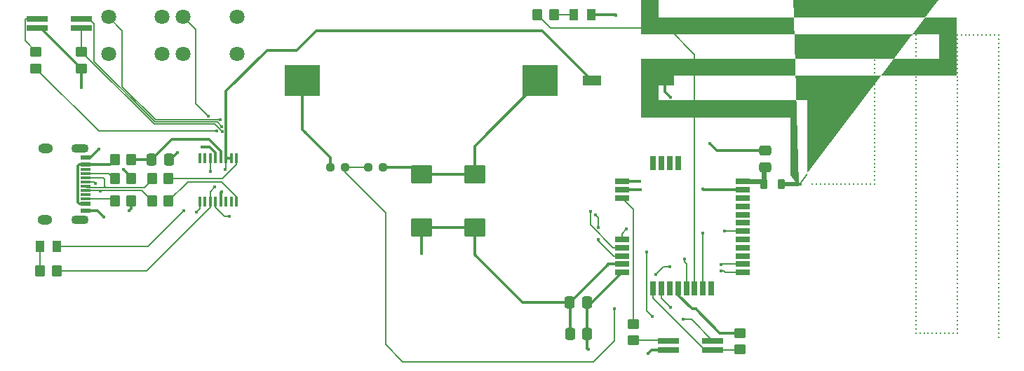
<source format=gbr>
%TF.GenerationSoftware,KiCad,Pcbnew,8.0.4*%
%TF.CreationDate,2024-08-17T13:27:17+02:00*%
%TF.ProjectId,letterboxsensor,6c657474-6572-4626-9f78-73656e736f72,rev?*%
%TF.SameCoordinates,Original*%
%TF.FileFunction,Copper,L1,Top*%
%TF.FilePolarity,Positive*%
%FSLAX46Y46*%
G04 Gerber Fmt 4.6, Leading zero omitted, Abs format (unit mm)*
G04 Created by KiCad (PCBNEW 8.0.4) date 2024-08-17 13:27:17*
%MOMM*%
%LPD*%
G01*
G04 APERTURE LIST*
G04 Aperture macros list*
%AMRoundRect*
0 Rectangle with rounded corners*
0 $1 Rounding radius*
0 $2 $3 $4 $5 $6 $7 $8 $9 X,Y pos of 4 corners*
0 Add a 4 corners polygon primitive as box body*
4,1,4,$2,$3,$4,$5,$6,$7,$8,$9,$2,$3,0*
0 Add four circle primitives for the rounded corners*
1,1,$1+$1,$2,$3*
1,1,$1+$1,$4,$5*
1,1,$1+$1,$6,$7*
1,1,$1+$1,$8,$9*
0 Add four rect primitives between the rounded corners*
20,1,$1+$1,$2,$3,$4,$5,0*
20,1,$1+$1,$4,$5,$6,$7,0*
20,1,$1+$1,$6,$7,$8,$9,0*
20,1,$1+$1,$8,$9,$2,$3,0*%
%AMFreePoly0*
4,1,52,19.035355,25.167855,19.050000,25.132500,19.050000,23.132500,19.035355,23.097145,19.000000,23.082500,-16.950000,23.082500,-16.950000,20.182500,19.000000,20.182500,19.035355,20.167855,19.050000,20.132500,19.050000,13.132500,19.035355,13.097145,19.000000,13.082500,-16.950000,13.082500,-16.950000,10.182500,1.000000,10.182500,1.035355,10.167855,1.050000,10.132500,1.050000,1.132500,1.040000,1.102500,
0.300000,0.115833,0.300000,-0.117250,0.296175,-0.136480,0.285282,-0.152782,0.268980,-0.163675,0.249750,-0.167500,-0.249750,-0.167500,-0.268980,-0.163675,-0.285282,-0.152782,-0.296175,-0.136480,-0.300000,-0.117250,-0.300000,0.115833,-1.040000,1.102500,-1.043933,1.117855,-1.050000,1.132500,-1.050000,8.082500,-19.000000,8.082500,-19.035355,8.097145,-19.050000,8.132500,-19.050000,15.132500,
-19.035355,15.167855,-19.000000,15.182500,16.950000,15.182500,16.950000,18.082500,-19.000000,18.082500,-19.035355,18.097145,-19.050000,18.132500,-19.050000,25.132500,-19.035355,25.167855,-19.000000,25.182500,19.000000,25.182500,19.035355,25.167855,19.035355,25.167855,$1*%
G04 Aperture macros list end*
%TA.AperFunction,Conductor*%
%ADD10C,0.200000*%
%TD*%
%TA.AperFunction,SMDPad,CuDef*%
%ADD11RoundRect,0.250000X-0.450000X0.350000X-0.450000X-0.350000X0.450000X-0.350000X0.450000X0.350000X0*%
%TD*%
%TA.AperFunction,SMDPad,CuDef*%
%ADD12RoundRect,0.250000X-0.350000X-0.450000X0.350000X-0.450000X0.350000X0.450000X-0.350000X0.450000X0*%
%TD*%
%TA.AperFunction,SMDPad,CuDef*%
%ADD13RoundRect,0.250000X0.450000X-0.350000X0.450000X0.350000X-0.450000X0.350000X-0.450000X-0.350000X0*%
%TD*%
%TA.AperFunction,SMDPad,CuDef*%
%ADD14RoundRect,0.250000X-0.337500X-0.475000X0.337500X-0.475000X0.337500X0.475000X-0.337500X0.475000X0*%
%TD*%
%TA.AperFunction,SMDPad,CuDef*%
%ADD15RoundRect,0.250000X0.337500X0.475000X-0.337500X0.475000X-0.337500X-0.475000X0.337500X-0.475000X0*%
%TD*%
%TA.AperFunction,SMDPad,CuDef*%
%ADD16RoundRect,0.250000X-1.025000X0.875000X-1.025000X-0.875000X1.025000X-0.875000X1.025000X0.875000X0*%
%TD*%
%TA.AperFunction,ComponentPad*%
%ADD17O,2.100000X1.100000*%
%TD*%
%TA.AperFunction,ComponentPad*%
%ADD18O,1.800000X1.200000*%
%TD*%
%TA.AperFunction,SMDPad,CuDef*%
%ADD19R,1.300000X0.600000*%
%TD*%
%TA.AperFunction,SMDPad,CuDef*%
%ADD20R,1.300000X0.300000*%
%TD*%
%TA.AperFunction,ComponentPad*%
%ADD21C,1.800000*%
%TD*%
%TA.AperFunction,SMDPad,CuDef*%
%ADD22RoundRect,0.237500X0.250000X0.237500X-0.250000X0.237500X-0.250000X-0.237500X0.250000X-0.237500X0*%
%TD*%
%TA.AperFunction,SMDPad,CuDef*%
%ADD23R,1.000000X1.399543*%
%TD*%
%TA.AperFunction,SMDPad,CuDef*%
%ADD24R,4.200000X3.800000*%
%TD*%
%TA.AperFunction,SMDPad,CuDef*%
%ADD25R,1.800000X0.800000*%
%TD*%
%TA.AperFunction,SMDPad,CuDef*%
%ADD26R,0.800000X1.800000*%
%TD*%
%TA.AperFunction,SMDPad,CuDef*%
%ADD27RoundRect,0.250000X0.475000X-0.337500X0.475000X0.337500X-0.475000X0.337500X-0.475000X-0.337500X0*%
%TD*%
%TA.AperFunction,ComponentPad*%
%ADD28C,0.300000*%
%TD*%
%TA.AperFunction,SMDPad,CuDef*%
%ADD29FreePoly0,270.000000*%
%TD*%
%TA.AperFunction,SMDPad,CuDef*%
%ADD30R,2.500000X0.650013*%
%TD*%
%TA.AperFunction,SMDPad,CuDef*%
%ADD31R,2.300000X1.300000*%
%TD*%
%TA.AperFunction,SMDPad,CuDef*%
%ADD32RoundRect,0.218750X0.218750X0.381250X-0.218750X0.381250X-0.218750X-0.381250X0.218750X-0.381250X0*%
%TD*%
%TA.AperFunction,SMDPad,CuDef*%
%ADD33RoundRect,0.250000X0.350000X0.450000X-0.350000X0.450000X-0.350000X-0.450000X0.350000X-0.450000X0*%
%TD*%
%TA.AperFunction,SMDPad,CuDef*%
%ADD34R,0.400000X1.200000*%
%TD*%
%TA.AperFunction,ViaPad*%
%ADD35C,0.450000*%
%TD*%
%TA.AperFunction,Conductor*%
%ADD36C,0.300000*%
%TD*%
%TA.AperFunction,Conductor*%
%ADD37C,0.127000*%
%TD*%
%TA.AperFunction,Conductor*%
%ADD38C,0.552300*%
%TD*%
G04 APERTURE END LIST*
%TO.N,Net-(AE1-A)*%
D10*
X163050000Y-64800000D02*
X165000000Y-64800000D01*
X165000000Y-65200000D01*
X163050000Y-65200000D01*
X163050000Y-64800000D01*
%TA.AperFunction,Conductor*%
G36*
X163050000Y-64800000D02*
G01*
X165000000Y-64800000D01*
X165000000Y-65200000D01*
X163050000Y-65200000D01*
X163050000Y-64800000D01*
G37*
%TD.AperFunction*%
%TD*%
D11*
%TO.P,R10,1*%
%TO.N,ADC2*%
X78500000Y-49000000D03*
%TO.P,R10,2*%
%TO.N,GND*%
X78500000Y-51000000D03*
%TD*%
D12*
%TO.P,R12,1*%
%TO.N,DP*%
X87000000Y-67000000D03*
%TO.P,R12,2*%
%TO.N,Net-(U4-USBDP)*%
X89000000Y-67000000D03*
%TD*%
%TO.P,R5,1*%
%TO.N,GPIO5*%
X133500000Y-44500000D03*
%TO.P,R5,2*%
%TO.N,Net-(D1-A)*%
X135500000Y-44500000D03*
%TD*%
D13*
%TO.P,R9,1*%
%TO.N,GPIO1*%
X73000000Y-51000000D03*
%TO.P,R9,2*%
%TO.N,Net-(U3-LED_A)*%
X73000000Y-49000000D03*
%TD*%
D14*
%TO.P,C1,1*%
%TO.N,GND*%
X137450000Y-83150000D03*
%TO.P,C1,2*%
%TO.N,+3V3*%
X139525000Y-83150000D03*
%TD*%
D15*
%TO.P,C3,1*%
%TO.N,GND*%
X89037500Y-62000000D03*
%TO.P,C3,2*%
%TO.N,FTDVCC*%
X86962500Y-62000000D03*
%TD*%
D16*
%TO.P,C4,1*%
%TO.N,+3V3*%
X119500000Y-63800000D03*
%TO.P,C4,2*%
%TO.N,GND*%
X119500000Y-70200000D03*
%TD*%
D17*
%TO.P,U1,0,0*%
%TO.N,GND*%
X78313049Y-60665989D03*
D18*
X74112948Y-60665989D03*
D17*
X78313049Y-69316002D03*
D18*
X74058947Y-69333985D03*
D19*
%TO.P,U1,A1,GND*%
X78963037Y-61791085D03*
%TO.P,U1,A4,VBUS*%
%TO.N,Net-(FB1-Pad1)*%
X78963037Y-62590932D03*
D20*
%TO.P,U1,A5,CC1*%
%TO.N,CC1*%
X78963037Y-63741046D03*
%TO.P,U1,A6,DP1*%
%TO.N,DP*%
X78963037Y-64741046D03*
%TO.P,U1,A7,DN1*%
%TO.N,DN*%
X78963037Y-65240919D03*
%TO.P,U1,A8,SBU1*%
%TO.N,unconnected-(U1-SBU1-PadA8)*%
X78964053Y-66240665D03*
D19*
%TO.P,U1,A9,VBUS*%
%TO.N,Net-(FB1-Pad1)*%
X78963291Y-67391034D03*
%TO.P,U1,A12,GND*%
%TO.N,GND*%
X78963037Y-68190881D03*
D20*
%TO.P,U1,B5,CC2*%
%TO.N,CC2*%
X78963037Y-66741046D03*
%TO.P,U1,B6,DP2*%
%TO.N,DP*%
X78963037Y-65741046D03*
%TO.P,U1,B7,DN2*%
%TO.N,DN*%
X78963037Y-64240919D03*
%TO.P,U1,B8,SBU2*%
%TO.N,unconnected-(U1-SBU2-PadB8)*%
X78964053Y-63240919D03*
%TD*%
D21*
%TO.P,SW2,1,1*%
%TO.N,RESET*%
X90750064Y-44750064D03*
X97249936Y-44750064D03*
%TO.P,SW2,2,2*%
%TO.N,GND*%
X90750064Y-49249936D03*
X97249936Y-49249936D03*
%TD*%
D22*
%TO.P,R3,1*%
%TO.N,+3V3*%
X114912500Y-63000000D03*
%TO.P,R3,2*%
%TO.N,ADC3*%
X113087500Y-63000000D03*
%TD*%
D12*
%TO.P,R1,1*%
%TO.N,CC1*%
X82500000Y-64350000D03*
%TO.P,R1,2*%
%TO.N,GND*%
X84500000Y-64350000D03*
%TD*%
D23*
%TO.P,D1,1,K*%
%TO.N,GND*%
X140000000Y-44500000D03*
%TO.P,D1,2,A*%
%TO.N,Net-(D1-A)*%
X137899416Y-44500000D03*
%TD*%
D24*
%TO.P,BT1,1,+*%
%TO.N,+3V3*%
X133885065Y-52500000D03*
%TO.P,BT1,2,-*%
%TO.N,GND*%
X105114935Y-52500000D03*
%TD*%
D16*
%TO.P,C5,1*%
%TO.N,+3V3*%
X126000000Y-63800000D03*
%TO.P,C5,2*%
%TO.N,GND*%
X126000000Y-70200000D03*
%TD*%
D25*
%TO.P,U5,1,UART2_RX*%
%TO.N,RX*%
X158287656Y-75679959D03*
%TO.P,U5,2,UART2_TX*%
%TO.N,TX*%
X158287656Y-74679959D03*
%TO.P,U5,3,ADC5*%
%TO.N,unconnected-(U5-ADC5-Pad3)*%
X158287656Y-73679959D03*
%TO.P,U5,4,UART1_TX*%
%TO.N,unconnected-(U5-UART1_TX-Pad4)*%
X158287656Y-72679959D03*
%TO.P,U5,5,UART1_RX*%
%TO.N,unconnected-(U5-UART1_RX-Pad5)*%
X158287656Y-71679959D03*
%TO.P,U5,6,PA1*%
%TO.N,GPIO2*%
X158287656Y-70679959D03*
%TO.P,U5,7,SWDIO*%
%TO.N,unconnected-(U5-SWDIO-Pad7)*%
X158287656Y-69679959D03*
%TO.P,U5,8,SWCLK*%
%TO.N,unconnected-(U5-SWCLK-Pad8)*%
X158287656Y-68679959D03*
%TO.P,U5,9,I2C_SCL*%
%TO.N,unconnected-(U5-I2C_SCL-Pad9)*%
X158287656Y-67679959D03*
%TO.P,U5,10,I2C_SDA*%
%TO.N,unconnected-(U5-I2C_SDA-Pad10)*%
X158287656Y-66679959D03*
%TO.P,U5,11,GND*%
%TO.N,GND*%
X158287656Y-65679959D03*
%TO.P,U5,12,RF*%
%TO.N,ANT*%
X158287656Y-64679959D03*
D26*
%TO.P,U5,13,SPI1_MOSI*%
%TO.N,unconnected-(U5-SPI1_MOSI-Pad13)*%
X150500000Y-62431293D03*
%TO.P,U5,14,SPI1_MISO*%
%TO.N,unconnected-(U5-SPI1_MISO-Pad14)*%
X149500000Y-62431293D03*
%TO.P,U5,15,SPI1_CLK*%
%TO.N,unconnected-(U5-SPI1_CLK-Pad15)*%
X148500000Y-62431293D03*
%TO.P,U5,16,SPI1_NSS*%
%TO.N,unconnected-(U5-SPI1_NSS-Pad16)*%
X147500000Y-62431293D03*
D25*
%TO.P,U5,17,GND*%
%TO.N,GND*%
X143712598Y-64679959D03*
%TO.P,U5,18,GND*%
X143712344Y-65679451D03*
%TO.P,U5,19,PA8*%
%TO.N,GPIO3*%
X143712598Y-66679959D03*
%TO.P,U5,20,PA9*%
%TO.N,GPIO4*%
X143712598Y-71679959D03*
%TO.P,U5,21,BOOT*%
%TO.N,BOOT*%
X143712598Y-72679959D03*
%TO.P,U5,22,RST*%
%TO.N,RESET*%
X143712598Y-73679959D03*
%TO.P,U5,23,GND*%
%TO.N,GND*%
X143712598Y-74679959D03*
%TO.P,U5,24,VDD*%
%TO.N,+3V3*%
X143712598Y-75679959D03*
D26*
%TO.P,U5,25,ADC4*%
%TO.N,ADC4*%
X147500000Y-77568707D03*
%TO.P,U5,26,ADC3*%
%TO.N,ADC3*%
X148500000Y-77568707D03*
%TO.P,U5,27,PB12*%
%TO.N,unconnected-(U5-PB12-Pad27)*%
X149500000Y-77568707D03*
%TO.P,U5,28,GND*%
%TO.N,GND*%
X150500000Y-77568707D03*
%TO.P,U5,29,PA0*%
%TO.N,GPIO1*%
X151500000Y-77568707D03*
%TO.P,U5,30,PB5*%
%TO.N,GPIO5*%
X152500000Y-77568707D03*
%TO.P,U5,31,ADC2*%
%TO.N,ADC2*%
X153500000Y-77568707D03*
%TO.P,U5,32,ADC1*%
%TO.N,unconnected-(U5-ADC1-Pad32)*%
X154500000Y-77568707D03*
%TD*%
D27*
%TO.P,C6,1*%
%TO.N,ANT*%
X161000000Y-63000000D03*
%TO.P,C6,2*%
%TO.N,GND*%
X161000000Y-60925000D03*
%TD*%
D22*
%TO.P,R4,1*%
%TO.N,ADC3*%
X110325000Y-63000000D03*
%TO.P,R4,2*%
%TO.N,GND*%
X108500000Y-63000000D03*
%TD*%
D28*
%TO.P,AE1,1,A*%
%TO.N,Net-(AE1-A)*%
X189200000Y-47000000D03*
X188700000Y-47000000D03*
X188200000Y-47000000D03*
X187700000Y-47000000D03*
X187200000Y-47000000D03*
X186700000Y-47000000D03*
X186200000Y-47000000D03*
X185700000Y-47000000D03*
X185200000Y-47000000D03*
X184700000Y-47000000D03*
X184200000Y-47000000D03*
X179200000Y-47000000D03*
X178700000Y-47000000D03*
X178200000Y-47000000D03*
X177700000Y-47000000D03*
X177200000Y-47000000D03*
X176700000Y-47000000D03*
X176200000Y-47000000D03*
X175700000Y-47000000D03*
X175200000Y-47000000D03*
X174700000Y-47000000D03*
X174200000Y-47000000D03*
X189200000Y-47500000D03*
X184200000Y-47500000D03*
X179200000Y-47500000D03*
X174200000Y-47500000D03*
X189200000Y-48000000D03*
X184200000Y-48000000D03*
X179200000Y-48000000D03*
X174200000Y-48000000D03*
X189200000Y-48500000D03*
X184200000Y-48500000D03*
X179200000Y-48500000D03*
X174200000Y-48500000D03*
X189200000Y-49000000D03*
X184200000Y-49000000D03*
X179200000Y-49000000D03*
X174200000Y-49000000D03*
X189200000Y-49500000D03*
X184200000Y-49500000D03*
X179200000Y-49500000D03*
X174200000Y-49500000D03*
X189200000Y-50000000D03*
X184200000Y-50000000D03*
X179200000Y-50000000D03*
X174200000Y-50000000D03*
X189200000Y-50500000D03*
X184200000Y-50500000D03*
X179200000Y-50500000D03*
X174200000Y-50500000D03*
X189200000Y-51000000D03*
X184200000Y-51000000D03*
X179200000Y-51000000D03*
X174200000Y-51000000D03*
X189200000Y-51500000D03*
X184200000Y-51500000D03*
X179200000Y-51500000D03*
X174200000Y-51500000D03*
X189200000Y-52000000D03*
X184200000Y-52000000D03*
X179200000Y-52000000D03*
X174200000Y-52000000D03*
X189200000Y-52500000D03*
X184200000Y-52500000D03*
X179200000Y-52500000D03*
X174200000Y-52500000D03*
X189200000Y-53000000D03*
X184200000Y-53000000D03*
X179200000Y-53000000D03*
X174200000Y-53000000D03*
X189200000Y-53500000D03*
X184200000Y-53500000D03*
X179200000Y-53500000D03*
X174200000Y-53500000D03*
X189200000Y-54000000D03*
X184200000Y-54000000D03*
X179200000Y-54000000D03*
X174200000Y-54000000D03*
X189200000Y-54500000D03*
X184200000Y-54500000D03*
X179200000Y-54500000D03*
X174200000Y-54500000D03*
X189200000Y-55000000D03*
X184200000Y-55000000D03*
X179200000Y-55000000D03*
X174200000Y-55000000D03*
X189200000Y-55500000D03*
X184200000Y-55500000D03*
X179200000Y-55500000D03*
X174200000Y-55500000D03*
X189200000Y-56000000D03*
X184200000Y-56000000D03*
X179200000Y-56000000D03*
X174200000Y-56000000D03*
X189200000Y-56500000D03*
X184200000Y-56500000D03*
X179200000Y-56500000D03*
X174200000Y-56500000D03*
X189200000Y-57000000D03*
X184200000Y-57000000D03*
X179200000Y-57000000D03*
X174200000Y-57000000D03*
X189200000Y-57500000D03*
X184200000Y-57500000D03*
X179200000Y-57500000D03*
X174200000Y-57500000D03*
X189200000Y-58000000D03*
X184200000Y-58000000D03*
X179200000Y-58000000D03*
X174200000Y-58000000D03*
X189200000Y-58500000D03*
X184200000Y-58500000D03*
X179200000Y-58500000D03*
X174200000Y-58500000D03*
X189200000Y-59000000D03*
X184200000Y-59000000D03*
X179200000Y-59000000D03*
X174200000Y-59000000D03*
X189200000Y-59500000D03*
X184200000Y-59500000D03*
X179200000Y-59500000D03*
X174200000Y-59500000D03*
X189200000Y-60000000D03*
X184200000Y-60000000D03*
X179200000Y-60000000D03*
X174200000Y-60000000D03*
X189200000Y-60500000D03*
X184200000Y-60500000D03*
X179200000Y-60500000D03*
X174200000Y-60500000D03*
X189200000Y-61000000D03*
X184200000Y-61000000D03*
X179200000Y-61000000D03*
X174200000Y-61000000D03*
X189200000Y-61500000D03*
X184200000Y-61500000D03*
X179200000Y-61500000D03*
X174200000Y-61500000D03*
X189200000Y-62000000D03*
X184200000Y-62000000D03*
X179200000Y-62000000D03*
X174200000Y-62000000D03*
X189200000Y-62500000D03*
X184200000Y-62500000D03*
X179200000Y-62500000D03*
X174200000Y-62500000D03*
X189200000Y-63000000D03*
X184200000Y-63000000D03*
X179200000Y-63000000D03*
X174200000Y-63000000D03*
X189200000Y-63500000D03*
X184200000Y-63500000D03*
X179200000Y-63500000D03*
X174200000Y-63500000D03*
X189200000Y-64000000D03*
X184200000Y-64000000D03*
X179200000Y-64000000D03*
X174200000Y-64000000D03*
X189200000Y-64500000D03*
X184200000Y-64500000D03*
X179200000Y-64500000D03*
X174200000Y-64500000D03*
X189200000Y-65000000D03*
X184200000Y-65000000D03*
X179200000Y-65000000D03*
X174200000Y-65000000D03*
X173700000Y-65000000D03*
X173200000Y-65000000D03*
X172700000Y-65000000D03*
X172200000Y-65000000D03*
X171700000Y-65000000D03*
X171200000Y-65000000D03*
X170700000Y-65000000D03*
X170200000Y-65000000D03*
X169700000Y-65000000D03*
X169200000Y-65000000D03*
X168700000Y-65000000D03*
X168200000Y-65000000D03*
X167700000Y-65000000D03*
X167200000Y-65000000D03*
X166700000Y-65000000D03*
D29*
X165067500Y-65000000D03*
D28*
X189200000Y-65500000D03*
X184200000Y-65500000D03*
X179200000Y-65500000D03*
X189200000Y-66000000D03*
X184200000Y-66000000D03*
X179200000Y-66000000D03*
X189200000Y-66500000D03*
X184200000Y-66500000D03*
X179200000Y-66500000D03*
X189200000Y-67000000D03*
X184200000Y-67000000D03*
X179200000Y-67000000D03*
X189200000Y-67500000D03*
X184200000Y-67500000D03*
X179200000Y-67500000D03*
X189200000Y-68000000D03*
X184200000Y-68000000D03*
X179200000Y-68000000D03*
X189200000Y-68500000D03*
X184200000Y-68500000D03*
X179200000Y-68500000D03*
X189200000Y-69000000D03*
X184200000Y-69000000D03*
X179200000Y-69000000D03*
X189200000Y-69500000D03*
X184200000Y-69500000D03*
X179200000Y-69500000D03*
X189200000Y-70000000D03*
X184200000Y-70000000D03*
X179200000Y-70000000D03*
X189200000Y-70500000D03*
X184200000Y-70500000D03*
X179200000Y-70500000D03*
X189200000Y-71000000D03*
X184200000Y-71000000D03*
X179200000Y-71000000D03*
X189200000Y-71500000D03*
X184200000Y-71500000D03*
X179200000Y-71500000D03*
X189200000Y-72000000D03*
X184200000Y-72000000D03*
X179200000Y-72000000D03*
X189200000Y-72500000D03*
X184200000Y-72500000D03*
X179200000Y-72500000D03*
X189200000Y-73000000D03*
X184200000Y-73000000D03*
X179200000Y-73000000D03*
X189200000Y-73500000D03*
X184200000Y-73500000D03*
X179200000Y-73500000D03*
X189200000Y-74000000D03*
X184200000Y-74000000D03*
X179200000Y-74000000D03*
X189200000Y-74500000D03*
X184200000Y-74500000D03*
X179200000Y-74500000D03*
X189200000Y-75000000D03*
X184200000Y-75000000D03*
X179200000Y-75000000D03*
X189200000Y-75500000D03*
X184200000Y-75500000D03*
X179200000Y-75500000D03*
X189200000Y-76000000D03*
X184200000Y-76000000D03*
X179200000Y-76000000D03*
X189200000Y-76500000D03*
X184200000Y-76500000D03*
X179200000Y-76500000D03*
X189200000Y-77000000D03*
X184200000Y-77000000D03*
X179200000Y-77000000D03*
X189200000Y-77500000D03*
X184200000Y-77500000D03*
X179200000Y-77500000D03*
X189200000Y-78000000D03*
X184200000Y-78000000D03*
X179200000Y-78000000D03*
X189200000Y-78500000D03*
X184200000Y-78500000D03*
X179200000Y-78500000D03*
X189200000Y-79000000D03*
X184200000Y-79000000D03*
X179200000Y-79000000D03*
X189200000Y-79500000D03*
X184200000Y-79500000D03*
X179200000Y-79500000D03*
X189200000Y-80000000D03*
X184200000Y-80000000D03*
X179200000Y-80000000D03*
X189200000Y-80500000D03*
X184200000Y-80500000D03*
X179200000Y-80500000D03*
X189200000Y-81000000D03*
X184200000Y-81000000D03*
X179200000Y-81000000D03*
X189200000Y-81500000D03*
X184200000Y-81500000D03*
X179200000Y-81500000D03*
X189200000Y-82000000D03*
X184200000Y-82000000D03*
X179200000Y-82000000D03*
X189200000Y-82500000D03*
X184200000Y-82500000D03*
X179200000Y-82500000D03*
X189200000Y-83000000D03*
X184200000Y-83000000D03*
X183700000Y-83000000D03*
X183200000Y-83000000D03*
X182700000Y-83000000D03*
X182200000Y-83000000D03*
X181700000Y-83000000D03*
X181200000Y-83000000D03*
X180700000Y-83000000D03*
X180200000Y-83000000D03*
X179700000Y-83000000D03*
X179200000Y-83000000D03*
X189200000Y-83500000D03*
%TD*%
D14*
%TO.P,C2,1*%
%TO.N,GND*%
X137412500Y-79300000D03*
%TO.P,C2,2*%
%TO.N,+3V3*%
X139487500Y-79300000D03*
%TD*%
D30*
%TO.P,U2,1,LED_A*%
%TO.N,Net-(U2-LED_A)*%
X149299975Y-83949962D03*
%TO.P,U2,2,LED_K*%
%TO.N,GND*%
X149299975Y-85049784D03*
%TO.P,U2,3,DET_A*%
%TO.N,ADC4*%
X154700025Y-85050038D03*
%TO.P,U2,4,DET_K*%
%TO.N,GPIO4*%
X154700025Y-83949962D03*
%TD*%
D31*
%TO.P,SW3,1*%
%TO.N,+3V3*%
X148875032Y-52500000D03*
%TO.P,SW3,2*%
%TO.N,3V3USB*%
X140124968Y-52500000D03*
%TD*%
D32*
%TO.P,L1,1,1*%
%TO.N,Net-(AE1-A)*%
X163000000Y-65000000D03*
%TO.P,L1,2,2*%
%TO.N,ANT*%
X160875000Y-65000000D03*
%TD*%
D21*
%TO.P,SW1,1,1*%
%TO.N,BOOT*%
X81750064Y-44750064D03*
X88249936Y-44750064D03*
%TO.P,SW1,2,2*%
%TO.N,+3V3*%
X81750064Y-49249936D03*
X88249936Y-49249936D03*
%TD*%
D13*
%TO.P,R8,1*%
%TO.N,ADC4*%
X158000000Y-85000000D03*
%TO.P,R8,2*%
%TO.N,GND*%
X158000000Y-83000000D03*
%TD*%
D12*
%TO.P,FB1,1*%
%TO.N,Net-(FB1-Pad1)*%
X82500000Y-62000000D03*
%TO.P,FB1,2*%
%TO.N,FTDVCC*%
X84500000Y-62000000D03*
%TD*%
D23*
%TO.P,D2,1,K*%
%TO.N,CBUS1*%
X75550292Y-72500000D03*
%TO.P,D2,2,A*%
%TO.N,Net-(D2-A)*%
X73449708Y-72500000D03*
%TD*%
D12*
%TO.P,R11,1*%
%TO.N,DN*%
X87000000Y-64350000D03*
%TO.P,R11,2*%
%TO.N,Net-(U4-USBDM)*%
X89000000Y-64350000D03*
%TD*%
D33*
%TO.P,R6,1*%
%TO.N,3V3USB*%
X75500000Y-75500000D03*
%TO.P,R6,2*%
%TO.N,Net-(D2-A)*%
X73500000Y-75500000D03*
%TD*%
D11*
%TO.P,R7,1*%
%TO.N,GPIO3*%
X145100000Y-81900000D03*
%TO.P,R7,2*%
%TO.N,Net-(U2-LED_A)*%
X145100000Y-83900000D03*
%TD*%
D34*
%TO.P,U4,1,TXD*%
%TO.N,RX*%
X92777500Y-67100000D03*
%TO.P,U4,2,~{RTS}*%
%TO.N,unconnected-(U4-~{RTS}-Pad2)*%
X93412500Y-67100000D03*
%TO.P,U4,3,VCCIO*%
%TO.N,3V3USB*%
X94047500Y-67100000D03*
%TO.P,U4,4,RXD*%
%TO.N,TX*%
X94682500Y-67100000D03*
%TO.P,U4,5,GND*%
%TO.N,GND*%
X95317500Y-67100000D03*
%TO.P,U4,6,~{CTS}*%
%TO.N,unconnected-(U4-~{CTS}-Pad6)*%
X95952500Y-67100000D03*
%TO.P,U4,7,CBUS2*%
%TO.N,unconnected-(U4-CBUS2-Pad7)*%
X96587500Y-67100000D03*
%TO.P,U4,8,USBDP*%
%TO.N,Net-(U4-USBDP)*%
X97222500Y-67100000D03*
%TO.P,U4,9,USBDM*%
%TO.N,Net-(U4-USBDM)*%
X97222500Y-61900000D03*
%TO.P,U4,10,3V3OUT*%
%TO.N,3V3USB*%
X96587500Y-61900000D03*
%TO.P,U4,11,~{RESET}*%
X95952500Y-61900000D03*
%TO.P,U4,12,VCC*%
%TO.N,FTDVCC*%
X95317500Y-61900000D03*
%TO.P,U4,13,GND*%
%TO.N,GND*%
X94682500Y-61900000D03*
%TO.P,U4,14,CBUS1*%
%TO.N,CBUS1*%
X94047500Y-61900000D03*
%TO.P,U4,15,CBUS0*%
%TO.N,unconnected-(U4-CBUS0-Pad15)*%
X93412500Y-61900000D03*
%TO.P,U4,16,CBUS3*%
%TO.N,unconnected-(U4-CBUS3-Pad16)*%
X92777500Y-61900000D03*
%TD*%
D12*
%TO.P,R2,1*%
%TO.N,CC2*%
X82500000Y-67000000D03*
%TO.P,R2,2*%
%TO.N,GND*%
X84500000Y-67000000D03*
%TD*%
D30*
%TO.P,U3,1,LED_A*%
%TO.N,Net-(U3-LED_A)*%
X73099950Y-45000000D03*
%TO.P,U3,2,LED_K*%
%TO.N,GND*%
X73099950Y-46099822D03*
%TO.P,U3,3,DET_A*%
%TO.N,ADC2*%
X78500000Y-46100076D03*
%TO.P,U3,4,DET_K*%
%TO.N,GPIO2*%
X78500000Y-45000000D03*
%TD*%
D35*
%TO.N,+3V3*%
X139650000Y-85000000D03*
X122650000Y-63800000D03*
X149600000Y-54500000D03*
%TO.N,GND*%
X84200000Y-68250000D03*
X80550000Y-60800000D03*
X81200000Y-69000000D03*
X105450000Y-58700000D03*
X126050000Y-73600000D03*
X78500000Y-53300000D03*
X143000000Y-44550000D03*
X119500000Y-73350000D03*
X90050000Y-61200000D03*
X145950000Y-65700000D03*
X141950000Y-74800000D03*
X93050000Y-60500000D03*
X146900000Y-85450000D03*
X83550000Y-63200000D03*
X153450000Y-65600000D03*
X152600000Y-80100000D03*
X145900000Y-64650000D03*
X154350000Y-60100000D03*
X95400000Y-65900000D03*
%TO.N,CBUS1*%
X94050000Y-63450000D03*
X90800000Y-68200000D03*
%TO.N,ADC3*%
X149600000Y-79900000D03*
X142850000Y-80050000D03*
%TO.N,3V3USB*%
X94600000Y-65350000D03*
X95800000Y-63200000D03*
%TO.N,GPIO1*%
X94850000Y-58600000D03*
X151250000Y-74050000D03*
%TO.N,ADC2*%
X153500000Y-70900000D03*
X95450501Y-58612895D03*
%TO.N,DP*%
X80200000Y-64900000D03*
X80750000Y-65816046D03*
%TO.N,BOOT*%
X139900000Y-68300000D03*
X95231409Y-57218591D03*
%TO.N,RESET*%
X140900000Y-70250000D03*
X93800000Y-56750000D03*
X140900000Y-71700000D03*
X140550000Y-68700000D03*
%TO.N,GPIO4*%
X144250000Y-70450000D03*
X147400000Y-81000000D03*
X146700000Y-73200000D03*
X151100000Y-81350000D03*
%TO.N,GPIO2*%
X156150000Y-70650000D03*
X95437606Y-58012394D03*
%TO.N,TX*%
X147850000Y-75900000D03*
X96300000Y-68900000D03*
X149550000Y-75000000D03*
X155650000Y-74750000D03*
%TO.N,RX*%
X155650000Y-75450000D03*
X92350000Y-68400000D03*
%TD*%
D36*
%TO.N,3V3USB*%
X140124968Y-52500000D02*
X134074968Y-46450000D01*
X104500000Y-48800000D02*
X100900000Y-48800000D01*
X134074968Y-46450000D02*
X106850000Y-46450000D01*
X95952500Y-53747500D02*
X95952500Y-61900000D01*
X106850000Y-46450000D02*
X104500000Y-48800000D01*
X100900000Y-48800000D02*
X95952500Y-53747500D01*
%TO.N,+3V3*%
X139525000Y-79337500D02*
X139487500Y-79300000D01*
X126000000Y-60385065D02*
X133885065Y-52500000D01*
X148875032Y-52500000D02*
X148875032Y-53775032D01*
X139525000Y-83150000D02*
X139525000Y-84875000D01*
X139525000Y-84875000D02*
X139650000Y-85000000D01*
X118700000Y-63000000D02*
X119500000Y-63800000D01*
X139525000Y-83150000D02*
X139525000Y-79337500D01*
X114912500Y-63000000D02*
X118700000Y-63000000D01*
X140092557Y-79300000D02*
X143712598Y-75679959D01*
X139487500Y-79300000D02*
X140092557Y-79300000D01*
X126000000Y-63800000D02*
X126000000Y-60385065D01*
X119500000Y-63800000D02*
X126000000Y-63800000D01*
X148875032Y-53775032D02*
X149600000Y-54500000D01*
%TO.N,GND*%
X80390881Y-68190881D02*
X81200000Y-69000000D01*
X131750000Y-79300000D02*
X126050000Y-73600000D01*
X78963037Y-61791085D02*
X79558915Y-61791085D01*
X84500000Y-67000000D02*
X84500000Y-67950000D01*
X108500000Y-61750000D02*
X105450000Y-58700000D01*
X147300216Y-85049784D02*
X146900000Y-85450000D01*
X78963037Y-68190881D02*
X80390881Y-68190881D01*
X89250000Y-62000000D02*
X90050000Y-61200000D01*
X150500000Y-78422707D02*
X152177293Y-80100000D01*
X155500000Y-83000000D02*
X152600000Y-80100000D01*
X143712598Y-74679959D02*
X142070041Y-74679959D01*
X73599822Y-46099822D02*
X78500000Y-51000000D01*
X143712344Y-65679451D02*
X145929451Y-65679451D01*
X142070041Y-74679959D02*
X141950000Y-74800000D01*
X94682500Y-61900000D02*
X94682500Y-61181000D01*
X108500000Y-63000000D02*
X108500000Y-61750000D01*
X84500000Y-64150000D02*
X83550000Y-63200000D01*
X137450000Y-79337500D02*
X137412500Y-79300000D01*
X153529959Y-65679959D02*
X153450000Y-65600000D01*
X142950000Y-44500000D02*
X143000000Y-44550000D01*
X137412500Y-79300000D02*
X137450000Y-79300000D01*
X94001500Y-60500000D02*
X93050000Y-60500000D01*
X95317500Y-67100000D02*
X95317500Y-65982500D01*
X89037500Y-62000000D02*
X89250000Y-62000000D01*
X84500000Y-67950000D02*
X84200000Y-68250000D01*
X105114935Y-52500000D02*
X105114935Y-58364935D01*
X137412500Y-79300000D02*
X131750000Y-79300000D01*
X126000000Y-73550000D02*
X126050000Y-73600000D01*
X158287656Y-65679959D02*
X153529959Y-65679959D01*
X140000000Y-44500000D02*
X142950000Y-44500000D01*
X158000000Y-83000000D02*
X155500000Y-83000000D01*
X84500000Y-64350000D02*
X84500000Y-64150000D01*
X78500000Y-51000000D02*
X78500000Y-53300000D01*
X95317500Y-65982500D02*
X95400000Y-65900000D01*
X149299975Y-85049784D02*
X147300216Y-85049784D01*
X155175000Y-60925000D02*
X154350000Y-60100000D01*
X150500000Y-77568707D02*
X150500000Y-78422707D01*
X94682500Y-61181000D02*
X94001500Y-60500000D01*
X119500000Y-70200000D02*
X126000000Y-70200000D01*
X145929451Y-65679451D02*
X145950000Y-65700000D01*
X161000000Y-60925000D02*
X155175000Y-60925000D01*
X73099950Y-46099822D02*
X73599822Y-46099822D01*
X152177293Y-80100000D02*
X152600000Y-80100000D01*
X126000000Y-70200000D02*
X126000000Y-73550000D01*
X143712598Y-64679959D02*
X145870041Y-64679959D01*
X105114935Y-58364935D02*
X105450000Y-58700000D01*
X119500000Y-70200000D02*
X119500000Y-73350000D01*
X137450000Y-79300000D02*
X141950000Y-74800000D01*
X137450000Y-83150000D02*
X137450000Y-79337500D01*
X145870041Y-64679959D02*
X145900000Y-64650000D01*
X79558915Y-61791085D02*
X80550000Y-60800000D01*
%TO.N,FTDVCC*%
X89362500Y-59600000D02*
X93917500Y-59600000D01*
X86962500Y-62000000D02*
X89362500Y-59600000D01*
X93917500Y-59600000D02*
X95317500Y-61000000D01*
X95317500Y-61000000D02*
X95317500Y-61900000D01*
X84500000Y-62000000D02*
X86962500Y-62000000D01*
D37*
%TO.N,Net-(D1-A)*%
X135500000Y-44500000D02*
X137899416Y-44500000D01*
%TO.N,CBUS1*%
X94050000Y-63450000D02*
X94047500Y-63447500D01*
X75550292Y-72500000D02*
X86500000Y-72500000D01*
X86500000Y-72500000D02*
X90800000Y-68200000D01*
X94047500Y-63447500D02*
X94047500Y-61900000D01*
%TO.N,Net-(D2-A)*%
X73500000Y-75500000D02*
X73500000Y-72550292D01*
X73500000Y-72550292D02*
X73449708Y-72500000D01*
D36*
%TO.N,Net-(FB1-Pad1)*%
X78036037Y-62814935D02*
X78260040Y-62590932D01*
X78036037Y-67168046D02*
X78036037Y-62814935D01*
X78963037Y-62590932D02*
X81909068Y-62590932D01*
X78963291Y-67391034D02*
X78259025Y-67391034D01*
X78260040Y-62590932D02*
X78963037Y-62590932D01*
X81909068Y-62590932D02*
X82500000Y-62000000D01*
X78259025Y-67391034D02*
X78036037Y-67168046D01*
D37*
%TO.N,CC1*%
X81741046Y-63741046D02*
X82350000Y-64350000D01*
X78963037Y-63741046D02*
X81741046Y-63741046D01*
X82350000Y-64350000D02*
X82500000Y-64350000D01*
%TO.N,CC2*%
X78963037Y-66741046D02*
X82241046Y-66741046D01*
X82241046Y-66741046D02*
X82500000Y-67000000D01*
%TO.N,ADC3*%
X115200000Y-68429888D02*
X115200000Y-84400000D01*
X110325000Y-63000000D02*
X110325000Y-63554888D01*
X149600000Y-79900000D02*
X148500000Y-78800000D01*
X110325000Y-63000000D02*
X113087500Y-63000000D01*
X110325000Y-63554888D02*
X115200000Y-68429888D01*
X148500000Y-78800000D02*
X148500000Y-77568707D01*
X115200000Y-84400000D02*
X117266500Y-86466500D01*
X142850000Y-83916500D02*
X142850000Y-80050000D01*
X140300000Y-86466500D02*
X142850000Y-83916500D01*
X117266500Y-86466500D02*
X140300000Y-86466500D01*
%TO.N,GPIO5*%
X152500000Y-77568707D02*
X152500000Y-49350000D01*
X152500000Y-49350000D02*
X149300000Y-46150000D01*
X149300000Y-46150000D02*
X135150000Y-46150000D01*
X135150000Y-46150000D02*
X133500000Y-44500000D01*
%TO.N,3V3USB*%
X75500000Y-75500000D02*
X86374500Y-75500000D01*
X86374500Y-75500000D02*
X94047500Y-67827000D01*
X95952500Y-63047500D02*
X95952500Y-61900000D01*
D36*
X96587500Y-61900000D02*
X95952500Y-61900000D01*
D37*
X94047500Y-65902500D02*
X94600000Y-65350000D01*
X95800000Y-63200000D02*
X95952500Y-63047500D01*
X94047500Y-67100000D02*
X94047500Y-65902500D01*
X94047500Y-67827000D02*
X94047500Y-67100000D01*
%TO.N,GPIO3*%
X145100000Y-81900000D02*
X145100000Y-68067361D01*
X145100000Y-68067361D02*
X143712598Y-66679959D01*
%TO.N,Net-(U2-LED_A)*%
X145100000Y-83900000D02*
X149250013Y-83900000D01*
X149250013Y-83900000D02*
X149299975Y-83949962D01*
%TO.N,ADC4*%
X147500000Y-78775007D02*
X147500000Y-77568707D01*
X153775031Y-85050038D02*
X147500000Y-78775007D01*
X154700025Y-85050038D02*
X153775031Y-85050038D01*
X154700025Y-85050038D02*
X157949962Y-85050038D01*
X157949962Y-85050038D02*
X158000000Y-85000000D01*
%TO.N,Net-(U3-LED_A)*%
X71722950Y-45000000D02*
X71659450Y-45063500D01*
X71659450Y-45063500D02*
X71659450Y-47659450D01*
X73099950Y-45000000D02*
X71722950Y-45000000D01*
X71659450Y-47659450D02*
X73000000Y-49000000D01*
%TO.N,GPIO1*%
X151500000Y-74650000D02*
X151500000Y-77568707D01*
X151250000Y-74050000D02*
X151250000Y-74400000D01*
X73000000Y-51000000D02*
X80600000Y-58600000D01*
X151250000Y-74400000D02*
X151500000Y-74650000D01*
X80600000Y-58600000D02*
X94850000Y-58600000D01*
%TO.N,ADC2*%
X94587606Y-57750000D02*
X87250000Y-57750000D01*
X78500000Y-46100076D02*
X78500000Y-49000000D01*
X95450501Y-58612895D02*
X94587606Y-57750000D01*
X153500000Y-70900000D02*
X153500000Y-77568707D01*
X87250000Y-57750000D02*
X78500000Y-49000000D01*
%TO.N,Net-(U4-USBDM)*%
X97222500Y-62627000D02*
X97222500Y-61900000D01*
X95499500Y-64350000D02*
X97222500Y-62627000D01*
X89000000Y-64350000D02*
X95499500Y-64350000D01*
%TO.N,DN*%
X81400000Y-65400546D02*
X86099454Y-65400546D01*
X81250000Y-64400000D02*
X81250000Y-65250546D01*
X79122664Y-65400546D02*
X81400000Y-65400546D01*
X81090919Y-64240919D02*
X81250000Y-64400000D01*
X86099454Y-65400546D02*
X87000000Y-64500000D01*
X78963037Y-64240919D02*
X81090919Y-64240919D01*
X78963037Y-65240919D02*
X79122664Y-65400546D01*
X81250000Y-65250546D02*
X81400000Y-65400546D01*
%TO.N,DP*%
X85741046Y-65741046D02*
X87000000Y-67000000D01*
X80041046Y-64741046D02*
X80200000Y-64900000D01*
X78963037Y-64741046D02*
X80041046Y-64741046D01*
X78963037Y-65741046D02*
X85741046Y-65741046D01*
%TO.N,Net-(U4-USBDP)*%
X91300000Y-64700000D02*
X95400000Y-64700000D01*
X95400000Y-64700000D02*
X97222500Y-66522500D01*
X89000000Y-67000000D02*
X91300000Y-64700000D01*
X97222500Y-66522500D02*
X97222500Y-67100000D01*
%TO.N,BOOT*%
X83409210Y-46409210D02*
X83409210Y-53190790D01*
X139900000Y-69894361D02*
X142685598Y-72679959D01*
X142685598Y-72679959D02*
X143712598Y-72679959D01*
X139900000Y-68300000D02*
X139900000Y-69894361D01*
X81750064Y-44750064D02*
X83409210Y-46409210D01*
X87437011Y-57218591D02*
X95231409Y-57218591D01*
X83409210Y-53190790D02*
X87437011Y-57218591D01*
%TO.N,RESET*%
X92300000Y-54400000D02*
X92300000Y-55250000D01*
X140900000Y-71850000D02*
X142729959Y-73679959D01*
X90750064Y-44750064D02*
X92300000Y-46300000D01*
X142729959Y-73679959D02*
X143712598Y-73679959D01*
X92300000Y-46300000D02*
X92300000Y-54400000D01*
X140900000Y-69050000D02*
X140900000Y-70250000D01*
X140900000Y-71700000D02*
X140900000Y-71850000D01*
X92300000Y-55250000D02*
X93800000Y-56750000D01*
X140550000Y-68700000D02*
X140900000Y-69050000D01*
%TO.N,GPIO4*%
X143712598Y-70987402D02*
X143712598Y-71679959D01*
X147400000Y-81000000D02*
X146700000Y-80300000D01*
X154700025Y-83949962D02*
X152100063Y-81350000D01*
X152100063Y-81350000D02*
X151100000Y-81350000D01*
X146700000Y-80300000D02*
X146700000Y-73200000D01*
X144250000Y-70450000D02*
X143712598Y-70987402D01*
%TO.N,GPIO2*%
X156179959Y-70679959D02*
X158287656Y-70679959D01*
X79424994Y-45000000D02*
X80029605Y-45604611D01*
X78500000Y-45000000D02*
X79424994Y-45000000D01*
X80029605Y-50170395D02*
X87355210Y-57496000D01*
X92450000Y-57496000D02*
X94921212Y-57496000D01*
X80029605Y-45604611D02*
X80029605Y-50170395D01*
X94921212Y-57496000D02*
X95437606Y-58012394D01*
X156150000Y-70650000D02*
X156179959Y-70679959D01*
X87355210Y-57496000D02*
X92450000Y-57496000D01*
%TO.N,TX*%
X147850000Y-75900000D02*
X148750000Y-75000000D01*
X95755500Y-68900000D02*
X96300000Y-68900000D01*
X148750000Y-75000000D02*
X149550000Y-75000000D01*
X94682500Y-67100000D02*
X94682500Y-67827000D01*
X155650000Y-74750000D02*
X155720041Y-74679959D01*
X94682500Y-67827000D02*
X95755500Y-68900000D01*
X155720041Y-74679959D02*
X158287656Y-74679959D01*
%TO.N,RX*%
X92777500Y-67972500D02*
X92350000Y-68400000D01*
X155650000Y-75450000D02*
X156000000Y-75450000D01*
X156229959Y-75679959D02*
X158287656Y-75679959D01*
X92777500Y-67100000D02*
X92777500Y-67972500D01*
X156000000Y-75450000D02*
X156229959Y-75679959D01*
D38*
%TO.N,ANT*%
X158287656Y-64679959D02*
X160554959Y-64679959D01*
X160554959Y-64679959D02*
X160875000Y-65000000D01*
X160875000Y-63125000D02*
X161000000Y-63000000D01*
X160875000Y-65000000D02*
X160875000Y-63125000D01*
%TD*%
M02*

</source>
